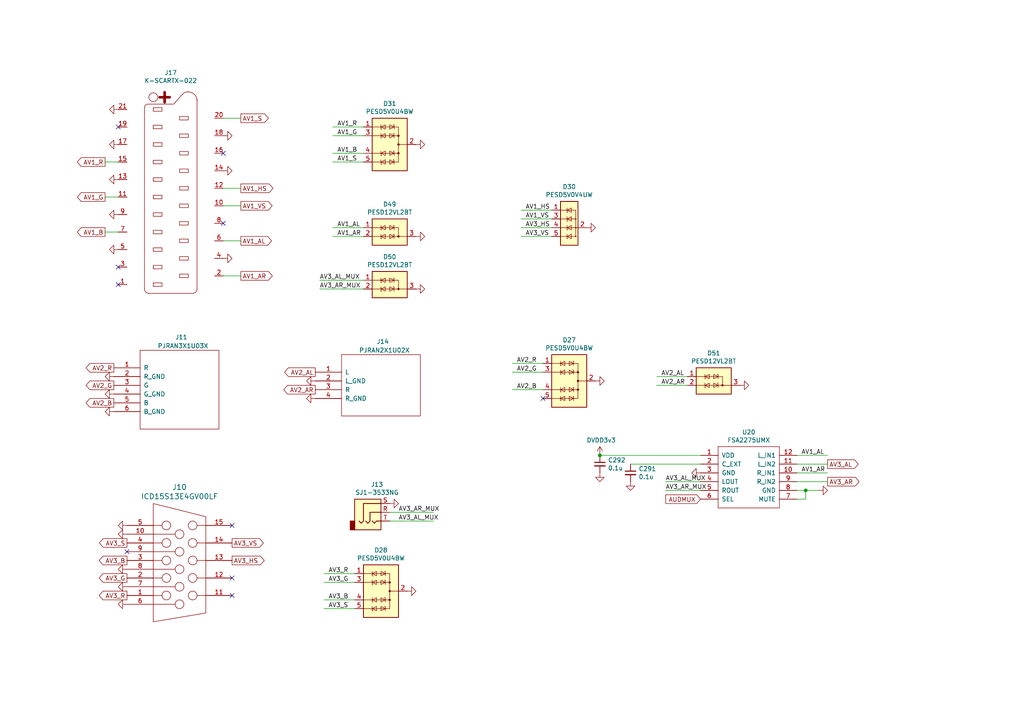
<source format=kicad_sch>
(kicad_sch (version 20250114) (generator "eeschema") (generator_version "9.0")
  (paper "A4")
  (title_block (title "OSSC Pro") (date "2024-05-26") (rev "1.6"))
  (lib_symbols
    (symbol "Connector:AudioJack3"
      (property "Reference" "J" (at 0 8.89 0))
      (property "Value" "AudioJack3" (at 0 6.35 0))
      (symbol "AudioJack3_0_1"
        (rectangle (start -5.08 -5.08) (end -6.35 -2.54) (stroke (width 0.254)) (fill (type outline)))
        (polyline (pts (xy -1.905 -2.54) (xy -1.27 -3.175) (xy -0.635 -2.54) (xy -0.635 0) (xy 2.54 0)) (stroke (width 0.254)))
        (polyline (pts (xy 0 -2.54) (xy 0.635 -3.175) (xy 1.27 -2.54) (xy 2.54 -2.54)) (stroke (width 0.254)))
        (rectangle (start 2.54 3.81) (end -5.08 -5.08) (stroke (width 0.254)) (fill (type background)))
        (polyline (pts (xy 2.54 2.54) (xy -2.54 2.54) (xy -2.54 -2.54) (xy -3.175 -3.175) (xy -3.81 -2.54)) (stroke (width 0.254)))
      )
      (symbol "AudioJack3_1_1"
        (pin passive line (at 5.08 2.54 180) (length 2.54) (name "~") (number "S"))
        (pin passive line (at 5.08 0 180) (length 2.54) (name "~") (number "R"))
        (pin passive line (at 5.08 -2.54 180) (length 2.54) (name "~") (number "T"))
      )
    )
    (symbol "Connector:SCART-F" (pin_names (offset 0.762) (hide yes))
      (property "Reference" "J" (at 0 31.75 0))
      (property "Value" "SCART-F" (at 1.016 -29.21 0))
      (symbol "SCART-F_0_1"
        (polyline (pts (xy -7.62 24.6634) (xy -7.62 25.9334)))
        (polyline (pts (xy -7.62 24.6634) (xy -7.62 24.13)))
        (polyline (pts (xy -7.62 22.86) (xy -7.62 24.13)))
        (polyline (pts (xy -7.62 22.86) (xy -7.62 -26.67)))
        (polyline (pts (xy -6.604 26.9494) (xy 0.508 26.9494)))
        (arc (start -7.62 25.9334) (mid -7.3224 26.6518) (end -6.604 26.9494))
        (polyline (pts (xy -6.35 -27.94) (xy 6.35 -27.94)))
        (arc (start -6.35 -27.94) (mid -7.248 -27.568) (end -7.62 -26.67))
        (circle (center -5.08 28.956) (radius 1.27))
        (rectangle (start -5.08 25.908) (end -2.54 24.892))
        (rectangle (start -5.08 20.828) (end -2.54 19.812))
        (rectangle (start -5.08 15.748) (end -2.54 14.732))
        (rectangle (start -5.08 10.668) (end -2.54 9.652))
        (rectangle (start -5.08 5.588) (end -2.54 4.572))
        (rectangle (start -5.08 0.508) (end -2.54 -0.508))
        (rectangle (start -5.08 -4.572) (end -2.54 -5.588))
        (rectangle (start -5.08 -9.652) (end -2.54 -10.668))
        (rectangle (start -5.08 -14.732) (end -2.54 -15.748))
        (rectangle (start -5.08 -19.812) (end -2.54 -20.828))
        (rectangle (start -5.08 -24.892) (end -2.54 -25.908))
        (arc (start 1.2192 27.4574) (mid 0.9551 27.0685) (end 0.508 26.924))
        (rectangle (start 2.54 23.368) (end 5.08 22.352))
        (rectangle (start 2.54 18.288) (end 5.08 17.272))
        (rectangle (start 2.54 13.208) (end 5.08 12.192))
        (rectangle (start 2.54 8.128) (end 5.08 7.112))
        (rectangle (start 2.54 3.048) (end 5.08 2.032))
        (rectangle (start 2.54 -2.032) (end 5.08 -3.048))
        (rectangle (start 2.54 -7.112) (end 5.08 -8.128))
        (rectangle (start 2.54 -12.192) (end 5.08 -13.208))
        (rectangle (start 2.54 -17.272) (end 5.08 -18.288))
        (rectangle (start 2.54 -22.352) (end 5.08 -23.368))
        (polyline (pts (xy 3.302 29.718) (xy 1.27 27.432)))
        (arc (start 3.3782 29.6926) (mid 4.0004 30.2733) (end 4.826 30.48))
        (polyline (pts (xy 4.826 30.48) (xy 5.08 30.48)))
        (arc (start 5.08 30.48) (mid 6.8761 29.7361) (end 7.62 27.94))
        (arc (start 7.62 -26.67) (mid 7.248 -27.568) (end 6.35 -27.94))
        (polyline (pts (xy 7.62 -26.67) (xy 7.62 28.2194)))
        (text "+" (at -1.778 29.21 0) (effects (font (size 3.81 3.81) (bold yes))))
      )
      (symbol "SCART-F_1_1"
        (pin passive line (at -15.24 25.4 0) (length 2.54) (name "P21") (number "21"))
        (pin passive line (at -15.24 20.32 0) (length 2.54) (name "P19") (number "19"))
        (pin passive line (at -15.24 15.24 0) (length 2.54) (name "P17") (number "17"))
        (pin passive line (at -15.24 10.16 0) (length 2.54) (name "P15") (number "15"))
        (pin passive line (at -15.24 5.08 0) (length 2.54) (name "P13") (number "13"))
        (pin passive line (at -15.24 0 0) (length 2.54) (name "P11") (number "11"))
        (pin passive line (at -15.24 -5.08 0) (length 2.54) (name "P9") (number "9"))
        (pin passive line (at -15.24 -10.16 0) (length 2.54) (name "P7") (number "7"))
        (pin passive line (at -15.24 -15.24 0) (length 2.54) (name "P5") (number "5"))
        (pin passive line (at -15.24 -20.32 0) (length 2.54) (name "P3") (number "3"))
        (pin passive line (at -15.24 -25.4 0) (length 2.54) (name "P1") (number "1"))
        (pin passive line (at 15.24 22.86 180) (length 2.54) (name "P20") (number "20"))
        (pin passive line (at 15.24 17.78 180) (length 2.54) (name "P18") (number "18"))
        (pin passive line (at 15.24 12.7 180) (length 2.54) (name "P16") (number "16"))
        (pin passive line (at 15.24 7.62 180) (length 2.54) (name "P14") (number "14"))
        (pin passive line (at 15.24 2.54 180) (length 2.54) (name "P12") (number "12"))
        (pin passive line (at 15.24 -2.54 180) (length 2.54) (name "P10") (number "10"))
        (pin passive line (at 15.24 -7.62 180) (length 2.54) (name "P8") (number "8"))
        (pin passive line (at 15.24 -12.7 180) (length 2.54) (name "P6") (number "6"))
        (pin passive line (at 15.24 -17.78 180) (length 2.54) (name "P4") (number "4"))
        (pin passive line (at 15.24 -22.86 180) (length 2.54) (name "P2") (number "2"))
      )
    )
    (symbol "Device:C_Small" (pin_numbers (hide yes)) (pin_names (offset 0.254) (hide yes))
      (property "Reference" "C" (at 0.254 1.778 0))
      (property "Value" "C_Small" (at 0.254 -2.032 0))
      (symbol "C_Small_0_1"
        (polyline (pts (xy -1.524 0.508) (xy 1.524 0.508)) (stroke (width 0.3048)))
        (polyline (pts (xy -1.524 -0.508) (xy 1.524 -0.508)) (stroke (width 0.3302)))
      )
      (symbol "C_Small_1_1"
        (pin passive line (at 0 2.54 270) (length 2.032) (name "~") (number "1"))
        (pin passive line (at 0 -2.54 90) (length 2.032) (name "~") (number "2"))
      )
    )
    (symbol "custom_components:2xRCA_CONN" (pin_names (offset 1.016))
      (property "Reference" "J" (at 0 3.81 0))
      (property "Value" "2xRCA_CONN" (at 0 6.35 0))
      (symbol "2xRCA_CONN_1_0"
        (rectangle (start -11.43 -8.89) (end 11.43 8.89))
      )
      (symbol "2xRCA_CONN_1_1"
        (pin output line (at -19.05 3.81 0) (length 7.62) (name "L") (number "1"))
        (pin power_in line (at -19.05 1.27 0) (length 7.62) (name "L_GND") (number "2"))
        (pin output line (at -19.05 -1.27 0) (length 7.62) (name "R") (number "3"))
        (pin power_in line (at -19.05 -3.81 0) (length 7.62) (name "R_GND") (number "4"))
      )
    )
    (symbol "custom_components:3xRCA_CONN" (pin_names (offset 1.016))
      (property "Reference" "J" (at 0 6.35 0))
      (property "Value" "3xRCA_CONN" (at 0 8.89 0))
      (symbol "3xRCA_CONN_1_0"
        (rectangle (start -11.43 -11.43) (end 11.43 11.43))
      )
      (symbol "3xRCA_CONN_1_1"
        (pin output line (at -19.05 6.35 0) (length 7.62) (name "R") (number "1"))
        (pin power_in line (at -19.05 3.81 0) (length 7.62) (name "R_GND") (number "2"))
        (pin output line (at -19.05 1.27 0) (length 7.62) (name "G") (number "3"))
        (pin power_in line (at -19.05 -1.27 0) (length 7.62) (name "G_GND") (number "4"))
        (pin output line (at -19.05 -3.81 0) (length 7.62) (name "B") (number "5"))
        (pin power_in line (at -19.05 -6.35 0) (length 7.62) (name "B_GND") (number "6"))
      )
    )
    (symbol "custom_components:DVDD3v3" (power) (pin_names (offset 0))
      (property "Value" "DVDD3v3" (at 0 3.556 0))
      (symbol "DVDD3v3_0_1"
        (polyline (pts (xy -0.762 1.27) (xy 0 2.54)))
        (polyline (pts (xy 0 2.54) (xy 0.762 1.27)))
        (polyline (pts (xy 0 0) (xy 0 2.54)))
      )
      (symbol "DVDD3v3_1_1"
        (pin power_in line (at 0 0 90) (length 0) (hide yes) (name "DVDD3v3") (number "1"))
      )
    )
    (symbol "custom_components:FSA2275UMX" (pin_names (offset 1.016))
      (property "Reference" "U" (at 0 12.7 0))
      (property "Value" "FSA2275UMX" (at 0 10.16 0))
      (symbol "FSA2275UMX_0_1"
        (rectangle (start -8.89 8.89) (end 8.89 -8.89))
      )
      (symbol "FSA2275UMX_1_1"
        (pin power_in line (at -13.97 6.35 0) (length 5.08) (name "VDD") (number "1"))
        (pin passive line (at -13.97 3.81 0) (length 5.08) (name "C_EXT") (number "2"))
        (pin power_in line (at -13.97 1.27 0) (length 5.08) (name "GND") (number "3"))
        (pin output line (at -13.97 -1.27 0) (length 5.08) (name "LOUT") (number "4"))
        (pin output line (at -13.97 -3.81 0) (length 5.08) (name "ROUT") (number "5"))
        (pin input line (at -13.97 -6.35 0) (length 5.08) (name "SEL") (number "6"))
        (pin input line (at 13.97 6.35 180) (length 5.08) (name "L_IN1") (number "12"))
        (pin input line (at 13.97 3.81 180) (length 5.08) (name "L_IN2") (number "11"))
        (pin input line (at 13.97 1.27 180) (length 5.08) (name "R_IN1") (number "10"))
        (pin input line (at 13.97 -1.27 180) (length 5.08) (name "R_IN2") (number "9"))
        (pin power_in line (at 13.97 -3.81 180) (length 5.08) (name "GND") (number "8"))
        (pin input line (at 13.97 -6.35 180) (length 5.08) (name "MUTE") (number "7"))
      )
    )
    (symbol "custom_components:PESD12VL2BT" (pin_names (hide yes))
      (property "Reference" "D" (at -1.27 -6.35 0))
      (property "Value" "PESD12VL2BT" (at 2.54 -6.35 0))
      (symbol "PESD12VL2BT_0_0"
        (pin passive line (at 1.27 -7.62 90) (length 2.54) (name "COM") (number "3"))
      )
      (symbol "PESD12VL2BT_0_1"
        (rectangle (start -3.81 5.08) (end 3.81 -5.08) (stroke (width 0.254)) (fill (type background)))
        (polyline (pts (xy -1.905 2.54) (xy -0.635 2.54) (xy -0.635 2.286)))
        (polyline (pts (xy -1.905 -1.016) (xy -1.905 -1.27) (xy -0.635 -1.27)))
        (polyline (pts (xy -1.27 5.08) (xy -1.27 2.54)))
        (polyline (pts (xy -1.27 2.54) (xy -1.27 -1.27)))
        (polyline (pts (xy -1.27 2.54) (xy -0.635 1.27) (xy -1.905 1.27) (xy -1.27 2.54)))
        (polyline (pts (xy -1.27 -1.27) (xy -1.905 0) (xy -0.635 0) (xy -1.27 -1.27)))
        (polyline (pts (xy -1.27 -2.54) (xy -1.27 -1.27)))
        (polyline (pts (xy -1.27 -2.54) (xy 1.27 -2.54)))
        (polyline (pts (xy 0.635 2.54) (xy 1.905 2.54) (xy 1.905 2.286)))
        (polyline (pts (xy 0.635 -1.016) (xy 0.635 -1.27) (xy 1.905 -1.27)))
        (polyline (pts (xy 1.27 5.08) (xy 1.27 2.54)))
        (polyline (pts (xy 1.27 2.54) (xy 1.27 -1.27)))
        (polyline (pts (xy 1.27 2.54) (xy 1.905 1.27) (xy 0.635 1.27) (xy 1.27 2.54)))
        (polyline (pts (xy 1.27 -1.27) (xy 0.635 0) (xy 1.905 0) (xy 1.27 -1.27)))
        (polyline (pts (xy 1.27 -2.54) (xy 1.27 -1.27)))
        (polyline (pts (xy 1.27 -2.54) (xy 1.27 -3.81) (xy 1.27 -5.08)))
        (circle (center 1.27 -2.54) (radius 0.254) (fill (type outline)))
      )
      (symbol "PESD12VL2BT_1_1"
        (pin passive line (at -1.27 7.62 270) (length 2.54) (name "TVS1") (number "1"))
        (pin passive line (at 1.27 7.62 270) (length 2.54) (name "TVS2") (number "2"))
      )
    )
    (symbol "custom_components:PESD5V0U4BW" (pin_names (hide yes))
      (property "Reference" "D" (at -2.54 -6.35 0))
      (property "Value" "PESD5V0U4BW" (at 1.27 -6.35 0))
      (symbol "PESD5V0U4BW_0_0"
        (pin passive line (at 0 -7.62 90) (length 2.54) (name "COM") (number "2"))
      )
      (symbol "PESD5V0U4BW_0_1"
        (rectangle (start -7.62 5.08) (end 7.62 -5.08) (stroke (width 0.254)) (fill (type background)))
        (polyline (pts (xy -5.715 2.54) (xy -4.445 2.54) (xy -4.445 2.286)))
        (polyline (pts (xy -5.715 -1.016) (xy -5.715 -1.27) (xy -4.445 -1.27)))
        (polyline (pts (xy -5.08 5.08) (xy -5.08 2.54)))
        (polyline (pts (xy -5.08 2.54) (xy -5.08 -1.27)))
        (polyline (pts (xy -5.08 2.54) (xy -4.445 1.27) (xy -5.715 1.27) (xy -5.08 2.54)))
        (polyline (pts (xy -5.08 -1.27) (xy -5.715 0) (xy -4.445 0) (xy -5.08 -1.27)))
        (polyline (pts (xy -5.08 -2.54) (xy -5.08 -1.27)))
        (polyline (pts (xy -5.08 -2.54) (xy 5.08 -2.54)))
        (polyline (pts (xy -3.175 2.54) (xy -1.905 2.54) (xy -1.905 2.286)))
        (polyline (pts (xy -3.175 -1.016) (xy -3.175 -1.27) (xy -1.905 -1.27)))
        (polyline (pts (xy -2.54 5.08) (xy -2.54 2.54)))
        (polyline (pts (xy -2.54 2.54) (xy -2.54 -1.27)))
        (polyline (pts (xy -2.54 2.54) (xy -1.905 1.27) (xy -3.175 1.27) (xy -2.54 2.54)))
        (polyline (pts (xy -2.54 -1.27) (xy -3.175 0) (xy -1.905 0) (xy -2.54 -1.27)))
        (circle (center -2.54 -2.54) (radius 0.254) (fill (type outline)))
        (polyline (pts (xy -2.54 -2.54) (xy -2.54 -1.27)))
        (polyline (pts (xy 0 -2.54) (xy 0 -5.08)))
        (circle (center 0 -2.54) (radius 0.254) (fill (type outline)))
        (polyline (pts (xy 1.905 2.54) (xy 3.175 2.54) (xy 3.175 2.286)))
        (polyline (pts (xy 1.905 -1.016) (xy 1.905 -1.27) (xy 3.175 -1.27)))
        (polyline (pts (xy 2.54 5.08) (xy 2.54 2.54)))
        (polyline (pts (xy 2.54 2.54) (xy 2.54 -1.27)))
        (polyline (pts (xy 2.54 2.54) (xy 3.175 1.27) (xy 1.905 1.27) (xy 2.54 2.54)))
        (polyline (pts (xy 2.54 -1.27) (xy 1.905 0) (xy 3.175 0) (xy 2.54 -1.27)))
        (polyline (pts (xy 2.54 -2.54) (xy 2.54 -1.27)))
        (circle (center 2.54 -2.54) (radius 0.254) (fill (type outline)))
        (polyline (pts (xy 4.445 2.54) (xy 5.715 2.54) (xy 5.715 2.286)))
        (polyline (pts (xy 4.445 -1.016) (xy 4.445 -1.27) (xy 5.715 -1.27)))
        (polyline (pts (xy 5.08 5.08) (xy 5.08 2.54)))
        (polyline (pts (xy 5.08 2.54) (xy 5.08 -1.27)))
        (polyline (pts (xy 5.08 2.54) (xy 5.715 1.27) (xy 4.445 1.27) (xy 5.08 2.54)))
        (polyline (pts (xy 5.08 -1.27) (xy 4.445 0) (xy 5.715 0) (xy 5.08 -1.27)))
        (polyline (pts (xy 5.08 -2.54) (xy 5.08 -1.27)))
      )
      (symbol "PESD5V0U4BW_1_1"
        (pin passive line (at -5.08 7.62 270) (length 2.54) (name "TVS1") (number "1"))
        (pin passive line (at -2.54 7.62 270) (length 2.54) (name "TVS2") (number "3"))
        (pin passive line (at 2.54 7.62 270) (length 2.54) (name "TVS3") (number "4"))
        (pin passive line (at 5.08 7.62 270) (length 2.54) (name "TVS4") (number "5"))
      )
    )
    (symbol "custom_components:PESD5V0V4UW" (pin_names (hide yes))
      (property "Reference" "D" (at -5.08 -3.81 0))
      (property "Value" "PESD5V0V4UW" (at 2.54 -3.81 0))
      (symbol "PESD5V0V4UW_0_0"
        (pin passive line (at 0 -5.08 90) (length 2.54) (name "GND") (number "2"))
      )
      (symbol "PESD5V0V4UW_0_1"
        (rectangle (start -7.62 2.54) (end 5.08 -2.54) (stroke (width 0.254)) (fill (type background)))
        (polyline (pts (xy -5.715 0.635) (xy -4.445 0.635) (xy -4.445 0.381)))
        (polyline (pts (xy -5.715 -0.635) (xy -4.445 -0.635) (xy -5.08 0.635) (xy -5.715 -0.635)))
        (polyline (pts (xy -5.08 2.54) (xy -5.08 -1.905) (xy 2.54 -1.905) (xy 2.54 0) (xy 2.54 2.54)))
        (polyline (pts (xy -3.175 0.635) (xy -1.905 0.635) (xy -1.905 0.381)))
        (polyline (pts (xy -3.175 -0.635) (xy -1.905 -0.635) (xy -2.54 0.635) (xy -3.175 -0.635)))
        (polyline (pts (xy -2.54 2.54) (xy -2.54 -1.905)))
        (circle (center -2.54 -1.905) (radius 0.127))
        (polyline (pts (xy -0.635 0.635) (xy 0.635 0.635) (xy 0.635 0.381)))
        (polyline (pts (xy -0.635 -0.635) (xy 0.635 -0.635) (xy 0 0.635) (xy -0.635 -0.635)))
        (polyline (pts (xy 0 2.54) (xy 0 -2.54)))
        (circle (center 0 -1.905) (radius 0.127))
        (polyline (pts (xy 1.905 0.635) (xy 3.175 0.635) (xy 3.175 0.381)))
        (polyline (pts (xy 1.905 -0.635) (xy 3.175 -0.635) (xy 2.54 0.635) (xy 1.905 -0.635)))
        (circle (center 2.54 -1.905) (radius 0.127))
      )
      (symbol "PESD5V0V4UW_1_1"
        (pin passive line (at -5.08 5.08 270) (length 2.54) (name "IO1") (number "1"))
        (pin passive line (at -2.54 5.08 270) (length 2.54) (name "IO2") (number "3"))
        (pin passive line (at 0 5.08 270) (length 2.54) (name "IO3") (number "4"))
        (pin passive line (at 2.54 5.08 270) (length 2.54) (name "IO4") (number "5"))
      )
    )
    (symbol "custom_components:VGA" (pin_names (offset 0) (hide yes))
      (property "Reference" "J" (at -6.35 20.32 0))
      (property "Value" "VGA" (at 0 -19.05 0))
      (symbol "VGA_0_1"
        (polyline (pts (xy -7.62 11.43) (xy -5.08 11.43) (xy -5.08 11.43)))
        (polyline (pts (xy -7.62 8.89) (xy -1.27 8.89)))
        (polyline (pts (xy -7.62 6.35) (xy -5.08 6.35)))
        (polyline (pts (xy -7.62 3.81) (xy -1.27 3.81)))
        (polyline (pts (xy -7.62 1.27) (xy -5.08 1.27)))
        (polyline (pts (xy -7.62 -1.27) (xy -1.27 -1.27)))
        (polyline (pts (xy -7.62 -3.81) (xy -5.08 -3.81)))
        (polyline (pts (xy -7.62 -6.35) (xy -1.27 -6.35)))
        (polyline (pts (xy -7.62 -8.89) (xy -5.08 -8.89)))
        (polyline (pts (xy -7.62 -11.43) (xy -1.27 -11.43)))
        (polyline (pts (xy -7.62 -16.51) (xy -7.62 17.78) (xy 7.62 13.97) (xy 7.62 -13.97) (xy -7.62 -16.51)))
        (circle (center -3.81 11.43) (radius 1.27))
        (circle (center -3.81 6.35) (radius 1.27))
        (circle (center -3.81 1.27) (radius 1.27))
        (circle (center -3.81 -3.81) (radius 1.27))
        (circle (center -3.81 -8.89) (radius 1.27))
        (circle (center 0 8.89) (radius 1.27))
        (circle (center 0 3.81) (radius 1.27))
        (circle (center 0 -1.27) (radius 1.27))
        (circle (center 0 -6.35) (radius 1.27))
        (circle (center 0 -11.43) (radius 1.27))
        (circle (center 3.81 11.43) (radius 1.27))
        (circle (center 3.81 6.35) (radius 1.27))
        (circle (center 3.81 1.27) (radius 1.27))
        (circle (center 3.81 -3.81) (radius 1.27))
        (circle (center 3.81 -8.89) (radius 1.27))
        (polyline (pts (xy 5.08 11.43) (xy 7.62 11.43)))
        (polyline (pts (xy 5.08 6.35) (xy 7.62 6.35)))
        (polyline (pts (xy 5.08 1.27) (xy 7.62 1.27)))
        (polyline (pts (xy 5.08 -3.81) (xy 7.62 -3.81)))
        (polyline (pts (xy 5.08 -8.89) (xy 7.62 -8.89)))
      )
      (symbol "VGA_1_1"
        (pin input line (at -15.24 11.43 0) (length 7.62) (name "GND_HSYNC") (number "5"))
        (pin input line (at -15.24 8.89 0) (length 7.62) (name "GND_VSYNC") (number "10"))
        (pin input line (at -15.24 6.35 0) (length 7.62) (name "ID2/RES") (number "4"))
        (pin input line (at -15.24 3.81 0) (length 7.62) (name "KEY/PWR") (number "9"))
        (pin output line (at -15.24 1.27 0) (length 7.62) (name "BLUE") (number "3"))
        (pin input line (at -15.24 -1.27 0) (length 7.62) (name "BLUE_RTN") (number "8"))
        (pin output line (at -15.24 -3.81 0) (length 7.62) (name "GREEN") (number "2"))
        (pin input line (at -15.24 -6.35 0) (length 7.62) (name "GREEN_RTN") (number "7"))
        (pin output line (at -15.24 -8.89 0) (length 7.62) (name "RED") (number "1"))
        (pin input line (at -15.24 -11.43 0) (length 7.62) (name "RED_RTN") (number "6"))
        (pin input line (at 15.24 11.43 180) (length 7.62) (name "ID3/SCL") (number "15"))
        (pin output line (at 15.24 6.35 180) (length 7.62) (name "VSYNC") (number "14"))
        (pin output line (at 15.24 1.27 180) (length 7.62) (name "HSYNC") (number "13"))
        (pin input line (at 15.24 -3.81 180) (length 7.62) (name "ID1/SDA") (number "12"))
        (pin input line (at 15.24 -8.89 180) (length 7.62) (name "ID0/RES") (number "11"))
      )
    )
    (symbol "power:GND" (power) (pin_names (offset 0))
      (property "Value" "GND" (at 0 -3.81 0))
      (symbol "GND_0_1"
        (polyline (pts (xy 0 0) (xy 0 -1.27) (xy 1.27 -1.27) (xy 0 -2.54) (xy -1.27 -1.27) (xy 0 -1.27)))
      )
      (symbol "GND_1_1"
        (pin power_in line (at 0 0 270) (length 0) (hide yes) (name "GND") (number "1"))
      )
    )
  )
  (junction (at 233.68 142.24))
  (junction (at 173.99 132.08))
  (no_connect (at 157.48 115.57))
  (no_connect (at 64.77 64.77))
  (no_connect (at 67.31 167.64))
  (no_connect (at 34.29 77.47))
  (no_connect (at 34.29 82.55))
  (no_connect (at 34.29 36.83))
  (no_connect (at 64.77 44.45))
  (no_connect (at 36.83 160.02))
  (no_connect (at 67.31 152.4))
  (no_connect (at 67.31 172.72))
  (wire (pts (xy 34.29 67.31) (xy 30.48 67.31)))
  (wire (pts (xy 240.03 137.16) (xy 231.14 137.16)))
  (wire (pts (xy 69.85 59.69) (xy 64.77 59.69)))
  (wire (pts (xy 233.68 142.24) (xy 231.14 142.24)))
  (wire (pts (xy 96.52 39.37) (xy 105.41 39.37)))
  (wire (pts (xy 231.14 132.08) (xy 240.03 132.08)))
  (wire (pts (xy 240.03 134.62) (xy 231.14 134.62)))
  (wire (pts (xy 125.73 148.59) (xy 113.03 148.59)))
  (wire (pts (xy 182.88 134.62) (xy 203.2 134.62)))
  (wire (pts (xy 69.85 80.01) (xy 64.77 80.01)))
  (wire (pts (xy 69.85 34.29) (xy 64.77 34.29)))
  (wire (pts (xy 148.59 113.03) (xy 157.48 113.03)))
  (wire (pts (xy 92.71 83.82) (xy 105.41 83.82)))
  (wire (pts (xy 193.04 139.7) (xy 203.2 139.7)))
  (wire (pts (xy 69.85 69.85) (xy 64.77 69.85)))
  (wire (pts (xy 160.02 63.5) (xy 151.13 63.5)))
  (wire (pts (xy 93.98 173.99) (xy 102.87 173.99)))
  (wire (pts (xy 240.03 139.7) (xy 231.14 139.7)))
  (wire (pts (xy 151.13 66.04) (xy 160.02 66.04)))
  (wire (pts (xy 105.41 46.99) (xy 96.52 46.99)))
  (wire (pts (xy 92.71 81.28) (xy 105.41 81.28)))
  (wire (pts (xy 203.2 142.24) (xy 193.04 142.24)))
  (wire (pts (xy 151.13 60.96) (xy 160.02 60.96)))
  (wire (pts (xy 93.98 168.91) (xy 102.87 168.91)))
  (wire (pts (xy 125.73 151.13) (xy 113.03 151.13)))
  (wire (pts (xy 157.48 105.41) (xy 148.59 105.41)))
  (wire (pts (xy 237.49 142.24) (xy 233.68 142.24)))
  (wire (pts (xy 105.41 36.83) (xy 96.52 36.83)))
  (wire (pts (xy 105.41 68.58) (xy 96.52 68.58)))
  (wire (pts (xy 233.68 144.78) (xy 231.14 144.78)))
  (wire (pts (xy 199.39 111.76) (xy 190.5 111.76)))
  (wire (pts (xy 69.85 54.61) (xy 64.77 54.61)))
  (wire (pts (xy 148.59 107.95) (xy 157.48 107.95)))
  (wire (pts (xy 160.02 68.58) (xy 151.13 68.58)))
  (wire (pts (xy 102.87 176.53) (xy 93.98 176.53)))
  (wire (pts (xy 173.99 132.08) (xy 203.2 132.08)))
  (wire (pts (xy 96.52 66.04) (xy 105.41 66.04)))
  (wire (pts (xy 96.52 44.45) (xy 105.41 44.45)))
  (wire (pts (xy 34.29 46.99) (xy 30.48 46.99)))
  (wire (pts (xy 34.29 57.15) (xy 30.48 57.15)))
  (wire (pts (xy 233.68 142.24) (xy 233.68 144.78)))
  (wire (pts (xy 190.5 109.22) (xy 199.39 109.22)))
  (wire (pts (xy 102.87 166.37) (xy 93.98 166.37)))
  (label "AV3_AL_MUX" (at 115.57 151.13 0))
  (label "AV1_AR" (at 97.79 68.58 0))
  (label "AV1_HS" (at 152.4 60.96 0))
  (label "AV3_B" (at 95.25 173.99 0))
  (label "AV1_R" (at 97.79 36.83 0))
  (label "AV3_HS" (at 152.4 66.04 0))
  (label "AV1_AL" (at 97.79 66.04 0))
  (label "AV3_AR_MUX" (at 193.04 142.24 0))
  (label "AV1_AL" (at 232.41 132.08 0))
  (label "AV2_R" (at 149.86 105.41 0))
  (label "AV3_AL_MUX" (at 92.71 81.28 0))
  (label "AV1_B" (at 97.79 44.45 0))
  (label "AV2_B" (at 149.86 113.03 0))
  (label "AV1_G" (at 97.79 39.37 0))
  (label "AV3_AR_MUX" (at 92.71 83.82 0))
  (label "AV1_AR" (at 232.41 137.16 0))
  (label "AV3_S" (at 95.25 176.53 0))
  (label "AV1_S" (at 97.79 46.99 0))
  (label "AV1_VS" (at 152.4 63.5 0))
  (label "AV3_AR_MUX" (at 115.57 148.59 0))
  (label "AV3_G" (at 95.25 168.91 0))
  (label "AV2_AR" (at 191.77 111.76 0))
  (label "AV3_VS" (at 152.4 68.58 0))
  (label "AV2_G" (at 149.86 107.95 0))
  (label "AV3_AL_MUX" (at 193.04 139.7 0))
  (label "AV3_R" (at 95.25 166.37 0))
  (label "AV2_AL" (at 191.77 109.22 0))
  (global_label "AV3_HS" (shape output) (at 67.31 162.56 0) (property "Intersheetrefs" "${INTERSHEET_REFS}" (effects (hide yes))))
  (global_label "AV2_B" (shape output) (at 33.02 116.84 180) (property "Intersheetrefs" "${INTERSHEET_REFS}" (effects (hide yes))))
  (global_label "AV2_AL" (shape output) (at 91.44 107.95 180) (property "Intersheetrefs" "${INTERSHEET_REFS}" (effects (hide yes))))
  (global_label "AV3_VS" (shape output) (at 67.31 157.48 0) (property "Intersheetrefs" "${INTERSHEET_REFS}" (effects (hide yes))))
  (global_label "AV3_B" (shape output) (at 36.83 162.56 180) (property "Intersheetrefs" "${INTERSHEET_REFS}" (effects (hide yes))))
  (global_label "AV2_R" (shape output) (at 33.02 106.68 180) (property "Intersheetrefs" "${INTERSHEET_REFS}" (effects (hide yes))))
  (global_label "AV1_B" (shape output) (at 30.48 67.31 180) (property "Intersheetrefs" "${INTERSHEET_REFS}" (effects (hide yes))))
  (global_label "AV1_AR" (shape output) (at 69.85 80.01 0) (property "Intersheetrefs" "${INTERSHEET_REFS}" (effects (hide yes))))
  (global_label "AV1_HS" (shape output) (at 69.85 54.61 0) (property "Intersheetrefs" "${INTERSHEET_REFS}" (effects (hide yes))))
  (global_label "AV3_AL" (shape output) (at 240.03 134.62 0) (property "Intersheetrefs" "${INTERSHEET_REFS}" (effects (hide yes))))
  (global_label "AV1_S" (shape output) (at 69.85 34.29 0) (property "Intersheetrefs" "${INTERSHEET_REFS}" (effects (hide yes))))
  (global_label "AV1_G" (shape output) (at 30.48 57.15 180) (property "Intersheetrefs" "${INTERSHEET_REFS}" (effects (hide yes))))
  (global_label "AV3_G" (shape output) (at 36.83 167.64 180) (property "Intersheetrefs" "${INTERSHEET_REFS}" (effects (hide yes))))
  (global_label "AV1_AL" (shape output) (at 69.85 69.85 0) (property "Intersheetrefs" "${INTERSHEET_REFS}" (effects (hide yes))))
  (global_label "AV3_R" (shape output) (at 36.83 172.72 180) (property "Intersheetrefs" "${INTERSHEET_REFS}" (effects (hide yes))))
  (global_label "AV2_G" (shape output) (at 33.02 111.76 180) (property "Intersheetrefs" "${INTERSHEET_REFS}" (effects (hide yes))))
  (global_label "AUDMUX" (shape input) (at 203.2 144.78 180) (property "Intersheetrefs" "${INTERSHEET_REFS}" (effects (hide yes))))
  (global_label "AV3_AR" (shape output) (at 240.03 139.7 0) (property "Intersheetrefs" "${INTERSHEET_REFS}" (effects (hide yes))))
  (global_label "AV2_AR" (shape output) (at 91.44 113.03 180) (property "Intersheetrefs" "${INTERSHEET_REFS}" (effects (hide yes))))
  (global_label "AV3_S" (shape output) (at 36.83 157.48 180) (property "Intersheetrefs" "${INTERSHEET_REFS}" (effects (hide yes))))
  (global_label "AV1_VS" (shape output) (at 69.85 59.69 0) (property "Intersheetrefs" "${INTERSHEET_REFS}" (effects (hide yes))))
  (global_label "AV1_R" (shape output) (at 30.48 46.99 180) (property "Intersheetrefs" "${INTERSHEET_REFS}" (effects (hide yes))))
  (symbol (lib_id "custom_components:VGA") (at 52.07 163.83 0) (unit 1)
    (property "Reference" "J10" (at 52.07 141.3002 0) (effects (font (size 1.524 1.524))))
    (property "Value" "ICD15S13E4GV00LF" (at 52.07 143.9926 0) (effects (font (size 1.524 1.524))))
    (property "Footprint" "custom_components:VGA_CONN" (effects (hide yes)))
  )
  (symbol (lib_id "Connector:SCART-F") (at 49.53 57.15 0) (unit 1)
    (property "Reference" "J17" (at 49.53 21.082 0))
    (property "Value" "K-SCARTX-022" (at 49.53 23.3934 0))
    (property "Footprint" "custom_components:SCART_CONN" (effects (hide yes)))
    (property "Datasheet" " ~" (effects (hide yes)))
  )
  (symbol (lib_id "custom_components:FSA2275UMX") (at 217.17 138.43 0) (unit 1)
    (property "Reference" "U20" (at 217.17 125.349 0))
    (property "Value" "FSA2275UMX" (at 217.17 127.6604 0))
    (property "Footprint" "custom_components:FSA2275UMX" (effects (hide yes)))
  )
  (symbol (lib_id "power:GND") (at 34.29 41.91 270) (unit 1)
    (property "Reference" "#PWR0441" (effects (hide yes)))
    (property "Value" "GND" (effects (hide yes)))
  )
  (symbol (lib_id "power:GND") (at 34.29 31.75 270) (unit 1)
    (property "Reference" "#PWR0442" (effects (hide yes)))
    (property "Value" "GND" (effects (hide yes)))
  )
  (symbol (lib_id "power:GND") (at 237.49 142.24 90) (unit 1)
    (property "Reference" "#PWR0467" (effects (hide yes)))
    (property "Value" "GND" (effects (hide yes)))
  )
  (symbol (lib_id "custom_components:PESD5V0U4BW") (at 113.03 41.91 90) (mirror x) (unit 1)
    (property "Reference" "D31" (at 113.03 30.0482 90))
    (property "Value" "PESD5V0U4BW" (at 113.03 32.3596 90))
    (property "Footprint" "Package_TO_SOT_SMD:SOT-665" (effects (hide yes)))
  )
  (symbol (lib_id "power:GND") (at 34.29 52.07 270) (unit 1)
    (property "Reference" "#PWR0443" (effects (hide yes)))
    (property "Value" "GND" (effects (hide yes)))
  )
  (symbol (lib_id "power:GND") (at 34.29 62.23 270) (unit 1)
    (property "Reference" "#PWR0444" (effects (hide yes)))
    (property "Value" "GND" (effects (hide yes)))
  )
  (symbol (lib_id "power:GND") (at 120.65 41.91 90) (unit 1)
    (property "Reference" "#PWR0460" (effects (hide yes)))
    (property "Value" "GND" (effects (hide yes)))
  )
  (symbol (lib_id "power:GND") (at 34.29 72.39 270) (unit 1)
    (property "Reference" "#PWR0445" (effects (hide yes)))
    (property "Value" "GND" (effects (hide yes)))
  )
  (symbol (lib_id "custom_components:PESD12VL2BT") (at 113.03 67.31 90) (mirror x) (unit 1)
    (property "Reference" "D49" (at 113.03 59.2582 90))
    (property "Value" "PESD12VL2BT" (at 113.03 61.5696 90))
    (property "Footprint" "Package_TO_SOT_SMD:SOT-23" (effects (hide yes)))
  )
  (symbol (lib_id "power:GND") (at 64.77 74.93 90) (unit 1)
    (property "Reference" "#PWR0446" (effects (hide yes)))
    (property "Value" "GND" (effects (hide yes)))
  )
  (symbol (lib_id "power:GND") (at 203.2 137.16 270) (unit 1)
    (property "Reference" "#PWR0468" (effects (hide yes)))
    (property "Value" "GND" (effects (hide yes)))
  )
  (symbol (lib_id "power:GND") (at 120.65 68.58 90) (unit 1)
    (property "Reference" "#PWR0461" (effects (hide yes)))
    (property "Value" "GND" (effects (hide yes)))
  )
  (symbol (lib_id "power:GND") (at 64.77 49.53 90) (unit 1)
    (property "Reference" "#PWR0447" (effects (hide yes)))
    (property "Value" "GND" (effects (hide yes)))
  )
  (symbol (lib_id "power:GND") (at 64.77 39.37 90) (unit 1)
    (property "Reference" "#PWR0448" (effects (hide yes)))
    (property "Value" "GND" (effects (hide yes)))
  )
  (symbol (lib_id "Device:C_Small") (at 182.88 137.16 0) (unit 1)
    (property "Reference" "C291" (at 185.2168 135.9916 0) (effects (justify left)))
    (property "Value" "0.1u" (at 185.2168 138.303 0) (effects (justify left)))
    (property "Footprint" "Capacitor_SMD:C_0402_1005Metric" (effects (hide yes)))
  )
  (symbol (lib_id "power:GND") (at 182.88 139.7 0) (unit 1)
    (property "Reference" "#PWR0469" (effects (hide yes)))
    (property "Value" "GND" (effects (hide yes)))
  )
  (symbol (lib_id "Device:C_Small") (at 173.99 134.62 0) (unit 1)
    (property "Reference" "C292" (at 176.3268 133.4516 0) (effects (justify left)))
    (property "Value" "0.1u" (at 176.3268 135.763 0) (effects (justify left)))
    (property "Footprint" "Capacitor_SMD:C_0402_1005Metric" (effects (hide yes)))
  )
  (symbol (lib_id "power:GND") (at 173.99 137.16 0) (unit 1)
    (property "Reference" "#PWR0470" (effects (hide yes)))
    (property "Value" "GND" (effects (hide yes)))
  )
  (symbol (lib_id "custom_components:PESD12VL2BT") (at 113.03 82.55 90) (mirror x) (unit 1)
    (property "Reference" "D50" (at 113.03 74.4982 90))
    (property "Value" "PESD12VL2BT" (at 113.03 76.8096 90))
    (property "Footprint" "Package_TO_SOT_SMD:SOT-23" (effects (hide yes)))
  )
  (symbol (lib_id "power:GND") (at 120.65 83.82 90) (unit 1)
    (property "Reference" "#PWR0462" (effects (hide yes)))
    (property "Value" "GND" (effects (hide yes)))
  )
  (symbol (lib_id "custom_components:DVDD3v3") (at 173.99 132.08 0) (unit 1)
    (property "Reference" "#PWR0471" (effects (hide yes)))
    (property "Value" "DVDD3v3" (at 174.371 127.6858 0))
  )
  (symbol (lib_id "custom_components:PESD5V0U4BW") (at 110.49 171.45 90) (mirror x) (unit 1)
    (property "Reference" "D28" (at 110.49 159.5882 90))
    (property "Value" "PESD5V0U4BW" (at 110.49 161.8996 90))
    (property "Footprint" "Package_TO_SOT_SMD:SOT-665" (effects (hide yes)))
  )
  (symbol (lib_id "power:GND") (at 118.11 171.45 90) (unit 1)
    (property "Reference" "#PWR0463" (effects (hide yes)))
    (property "Value" "GND" (effects (hide yes)))
  )
  (symbol (lib_id "power:GND") (at 33.02 109.22 270) (unit 1)
    (property "Reference" "#PWR0449" (effects (hide yes)))
    (property "Value" "GND" (effects (hide yes)))
  )
  (symbol (lib_id "power:GND") (at 33.02 114.3 270) (unit 1)
    (property "Reference" "#PWR0450" (effects (hide yes)))
    (property "Value" "GND" (effects (hide yes)))
  )
  (symbol (lib_id "power:GND") (at 33.02 119.38 270) (unit 1)
    (property "Reference" "#PWR0451" (effects (hide yes)))
    (property "Value" "GND" (effects (hide yes)))
  )
  (symbol (lib_id "power:GND") (at 91.44 115.57 270) (unit 1)
    (property "Reference" "#PWR0452" (effects (hide yes)))
    (property "Value" "GND" (effects (hide yes)))
  )
  (symbol (lib_id "power:GND") (at 91.44 110.49 270) (unit 1)
    (property "Reference" "#PWR0453" (effects (hide yes)))
    (property "Value" "GND" (effects (hide yes)))
  )
  (symbol (lib_id "custom_components:PESD5V0V4UW") (at 165.1 66.04 90) (mirror x) (unit 1)
    (property "Reference" "D30" (at 165.1 54.1782 90))
    (property "Value" "PESD5V0V4UW" (at 165.1 56.4896 90))
    (property "Footprint" "Package_TO_SOT_SMD:SOT-665" (effects (hide yes)))
  )
  (symbol (lib_id "power:GND") (at 170.18 66.04 90) (unit 1)
    (property "Reference" "#PWR0464" (effects (hide yes)))
    (property "Value" "GND" (effects (hide yes)))
  )
  (symbol (lib_id "power:GND") (at 36.83 175.26 270) (unit 1)
    (property "Reference" "#PWR0454" (effects (hide yes)))
    (property "Value" "GND" (effects (hide yes)))
  )
  (symbol (lib_id "power:GND") (at 36.83 170.18 270) (unit 1)
    (property "Reference" "#PWR0455" (effects (hide yes)))
    (property "Value" "GND" (effects (hide yes)))
  )
  (symbol (lib_id "power:GND") (at 36.83 152.4 270) (unit 1)
    (property "Reference" "#PWR0456" (effects (hide yes)))
    (property "Value" "GND" (effects (hide yes)))
  )
  (symbol (lib_id "power:GND") (at 36.83 165.1 270) (unit 1)
    (property "Reference" "#PWR0457" (effects (hide yes)))
    (property "Value" "GND" (effects (hide yes)))
  )
  (symbol (lib_id "power:GND") (at 36.83 154.94 270) (unit 1)
    (property "Reference" "#PWR0458" (effects (hide yes)))
    (property "Value" "GND" (effects (hide yes)))
  )
  (symbol (lib_id "custom_components:PESD5V0U4BW") (at 165.1 110.49 90) (mirror x) (unit 1)
    (property "Reference" "D27" (at 165.1 98.6282 90))
    (property "Value" "PESD5V0U4BW" (at 165.1 100.9396 90))
    (property "Footprint" "Package_TO_SOT_SMD:SOT-665" (effects (hide yes)))
  )
  (symbol (lib_id "power:GND") (at 172.72 110.49 90) (unit 1)
    (property "Reference" "#PWR0465" (effects (hide yes)))
    (property "Value" "GND" (effects (hide yes)))
  )
  (symbol (lib_id "custom_components:2xRCA_CONN") (at 110.49 111.76 0) (unit 1)
    (property "Reference" "J14" (at 109.22 99.06 0) (effects (justify left)))
    (property "Value" "PJRAN2X1U02X" (at 104.14 101.6 0) (effects (justify left)))
    (property "Footprint" "custom_components:2xRCA_CONN" (effects (hide yes)))
    (property "Datasheet" "DOCUMENTATION" (effects (hide yes)))
  )
  (symbol (lib_id "custom_components:3xRCA_CONN") (at 52.07 113.03 0) (unit 1)
    (property "Reference" "J11" (at 50.8 97.79 0) (effects (justify left)))
    (property "Value" "PJRAN3X1U03X" (at 45.72 100.33 0) (effects (justify left)))
    (property "Footprint" "custom_components:3xRCA_CONN" (effects (hide yes)))
    (property "Datasheet" "DOCUMENTATION" (effects (hide yes)))
  )
  (symbol (lib_id "power:GND") (at 113.03 146.05 90) (unit 1)
    (property "Reference" "#PWR0459" (effects (hide yes)))
    (property "Value" "GND" (effects (hide yes)))
  )
  (symbol (lib_id "Connector:AudioJack3") (at 107.95 148.59 0) (unit 1)
    (property "Reference" "J13" (at 109.347 140.5382 0))
    (property "Value" "SJ1-3533NG" (at 109.347 142.8496 0))
    (property "Footprint" "Connector_Audio:Jack_3.5mm_CUI_SJ1-3533NG_Horizontal" (effects (hide yes)))
  )
  (symbol (lib_id "custom_components:PESD12VL2BT") (at 207.01 110.49 90) (mirror x) (unit 1)
    (property "Reference" "D51" (at 207.01 102.4382 90))
    (property "Value" "PESD12VL2BT" (at 207.01 104.7496 90))
    (property "Footprint" "Package_TO_SOT_SMD:SOT-23" (effects (hide yes)))
  )
  (symbol (lib_id "power:GND") (at 214.63 111.76 90) (unit 1)
    (property "Reference" "#PWR0466" (effects (hide yes)))
    (property "Value" "GND" (effects (hide yes)))
  )
)
</source>
